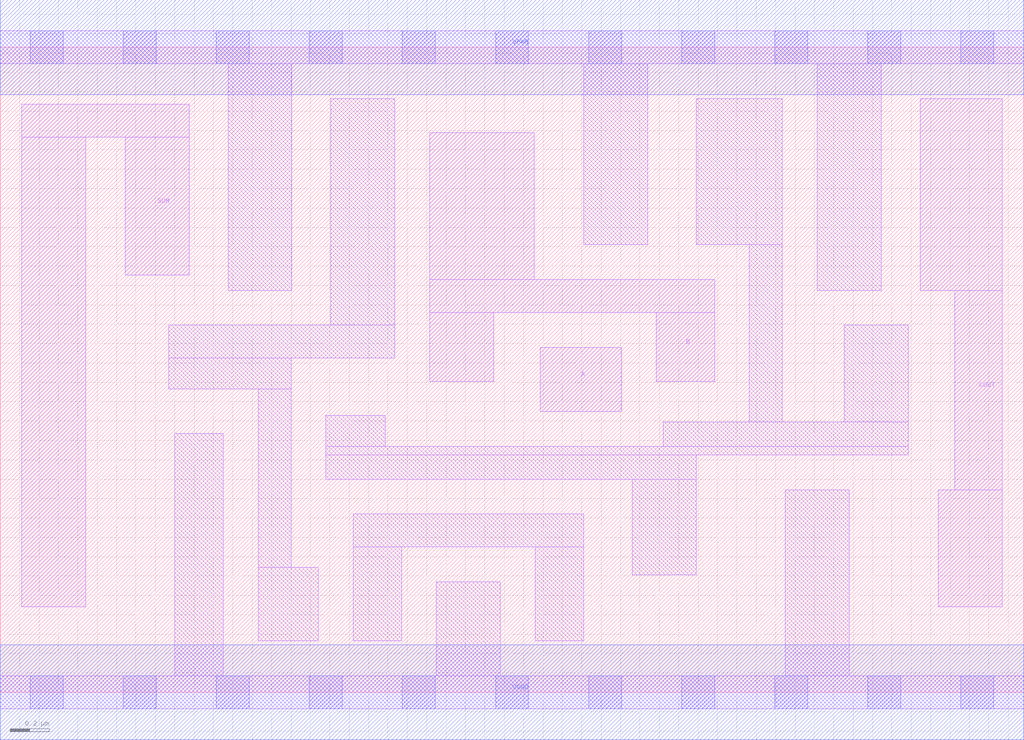
<source format=lef>
# Copyright 2020 The SkyWater PDK Authors
#
# Licensed under the Apache License, Version 2.0 (the "License");
# you may not use this file except in compliance with the License.
# You may obtain a copy of the License at
#
#     https://www.apache.org/licenses/LICENSE-2.0
#
# Unless required by applicable law or agreed to in writing, software
# distributed under the License is distributed on an "AS IS" BASIS,
# WITHOUT WARRANTIES OR CONDITIONS OF ANY KIND, either express or implied.
# See the License for the specific language governing permissions and
# limitations under the License.
#
# SPDX-License-Identifier: Apache-2.0

VERSION 5.7 ;
  NAMESCASESENSITIVE ON ;
  NOWIREEXTENSIONATPIN ON ;
  DIVIDERCHAR "/" ;
  BUSBITCHARS "[]" ;
UNITS
  DATABASE MICRONS 200 ;
END UNITS
MACRO sky130_fd_sc_lp__ha_lp
  CLASS CORE ;
  SOURCE USER ;
  FOREIGN sky130_fd_sc_lp__ha_lp ;
  ORIGIN  0.000000  0.000000 ;
  SIZE  5.280000 BY  3.330000 ;
  SYMMETRY X Y R90 ;
  SITE unit ;
  PIN A
    ANTENNAGATEAREA  0.626000 ;
    DIRECTION INPUT ;
    USE SIGNAL ;
    PORT
      LAYER li1 ;
        RECT 2.785000 1.450000 3.205000 1.780000 ;
    END
  END A
  PIN B
    ANTENNAGATEAREA  0.626000 ;
    DIRECTION INPUT ;
    USE SIGNAL ;
    PORT
      LAYER li1 ;
        RECT 2.215000 1.605000 2.545000 1.960000 ;
        RECT 2.215000 1.960000 3.685000 2.130000 ;
        RECT 2.215000 2.130000 2.755000 2.890000 ;
        RECT 3.385000 1.605000 3.685000 1.960000 ;
    END
  END B
  PIN COUT
    ANTENNADIFFAREA  0.402600 ;
    DIRECTION OUTPUT ;
    USE SIGNAL ;
    PORT
      LAYER li1 ;
        RECT 4.745000 2.075000 5.170000 3.065000 ;
        RECT 4.840000 0.440000 5.170000 1.045000 ;
        RECT 4.925000 1.045000 5.170000 2.075000 ;
    END
  END COUT
  PIN SUM
    ANTENNADIFFAREA  0.402600 ;
    DIRECTION OUTPUT ;
    USE SIGNAL ;
    PORT
      LAYER li1 ;
        RECT 0.110000 0.440000 0.440000 2.865000 ;
        RECT 0.110000 2.865000 0.975000 3.035000 ;
        RECT 0.645000 2.155000 0.975000 2.865000 ;
    END
  END SUM
  PIN VGND
    DIRECTION INOUT ;
    USE GROUND ;
    PORT
      LAYER met1 ;
        RECT 0.000000 -0.245000 5.280000 0.245000 ;
    END
  END VGND
  PIN VPWR
    DIRECTION INOUT ;
    USE POWER ;
    PORT
      LAYER met1 ;
        RECT 0.000000 3.085000 5.280000 3.575000 ;
    END
  END VPWR
  OBS
    LAYER li1 ;
      RECT 0.000000 -0.085000 5.280000 0.085000 ;
      RECT 0.000000  3.245000 5.280000 3.415000 ;
      RECT 0.870000  1.565000 1.500000 1.725000 ;
      RECT 0.870000  1.725000 2.035000 1.895000 ;
      RECT 0.900000  0.085000 1.150000 1.335000 ;
      RECT 1.175000  2.075000 1.505000 3.245000 ;
      RECT 1.330000  0.265000 1.640000 0.645000 ;
      RECT 1.330000  0.645000 1.500000 1.565000 ;
      RECT 1.680000  1.100000 3.590000 1.225000 ;
      RECT 1.680000  1.225000 4.685000 1.270000 ;
      RECT 1.680000  1.270000 1.985000 1.430000 ;
      RECT 1.705000  1.895000 2.035000 3.065000 ;
      RECT 1.820000  0.265000 2.070000 0.750000 ;
      RECT 1.820000  0.750000 3.010000 0.920000 ;
      RECT 2.250000  0.085000 2.580000 0.570000 ;
      RECT 2.760000  0.265000 3.010000 0.750000 ;
      RECT 3.010000  2.310000 3.340000 3.245000 ;
      RECT 3.260000  0.605000 3.590000 1.100000 ;
      RECT 3.420000  1.270000 4.685000 1.395000 ;
      RECT 3.590000  2.310000 4.035000 3.065000 ;
      RECT 3.865000  1.395000 4.035000 2.310000 ;
      RECT 4.050000  0.085000 4.380000 1.045000 ;
      RECT 4.215000  2.075000 4.545000 3.245000 ;
      RECT 4.355000  1.395000 4.685000 1.895000 ;
    LAYER mcon ;
      RECT 0.155000 -0.085000 0.325000 0.085000 ;
      RECT 0.155000  3.245000 0.325000 3.415000 ;
      RECT 0.635000 -0.085000 0.805000 0.085000 ;
      RECT 0.635000  3.245000 0.805000 3.415000 ;
      RECT 1.115000 -0.085000 1.285000 0.085000 ;
      RECT 1.115000  3.245000 1.285000 3.415000 ;
      RECT 1.595000 -0.085000 1.765000 0.085000 ;
      RECT 1.595000  3.245000 1.765000 3.415000 ;
      RECT 2.075000 -0.085000 2.245000 0.085000 ;
      RECT 2.075000  3.245000 2.245000 3.415000 ;
      RECT 2.555000 -0.085000 2.725000 0.085000 ;
      RECT 2.555000  3.245000 2.725000 3.415000 ;
      RECT 3.035000 -0.085000 3.205000 0.085000 ;
      RECT 3.035000  3.245000 3.205000 3.415000 ;
      RECT 3.515000 -0.085000 3.685000 0.085000 ;
      RECT 3.515000  3.245000 3.685000 3.415000 ;
      RECT 3.995000 -0.085000 4.165000 0.085000 ;
      RECT 3.995000  3.245000 4.165000 3.415000 ;
      RECT 4.475000 -0.085000 4.645000 0.085000 ;
      RECT 4.475000  3.245000 4.645000 3.415000 ;
      RECT 4.955000 -0.085000 5.125000 0.085000 ;
      RECT 4.955000  3.245000 5.125000 3.415000 ;
  END
END sky130_fd_sc_lp__ha_lp
END LIBRARY

</source>
